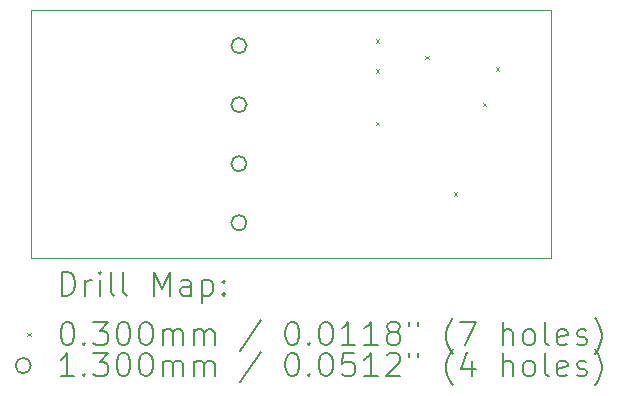
<source format=gbr>
%TF.GenerationSoftware,KiCad,Pcbnew,8.0.2-8.0.2-0~ubuntu22.04.1*%
%TF.CreationDate,2024-05-02T22:53:10+03:00*%
%TF.ProjectId,blink-timer,626c696e-6b2d-4746-996d-65722e6b6963,rev?*%
%TF.SameCoordinates,Original*%
%TF.FileFunction,Drillmap*%
%TF.FilePolarity,Positive*%
%FSLAX45Y45*%
G04 Gerber Fmt 4.5, Leading zero omitted, Abs format (unit mm)*
G04 Created by KiCad (PCBNEW 8.0.2-8.0.2-0~ubuntu22.04.1) date 2024-05-02 22:53:10*
%MOMM*%
%LPD*%
G01*
G04 APERTURE LIST*
%ADD10C,0.100000*%
%ADD11C,0.200000*%
%ADD12C,0.130000*%
G04 APERTURE END LIST*
D10*
X10000000Y-10000000D02*
X14400000Y-10000000D01*
X14400000Y-12100000D01*
X10000000Y-12100000D01*
X10000000Y-10000000D01*
D11*
D10*
X12913600Y-10246600D02*
X12943600Y-10276600D01*
X12943600Y-10246600D02*
X12913600Y-10276600D01*
X12913600Y-10500600D02*
X12943600Y-10530600D01*
X12943600Y-10500600D02*
X12913600Y-10530600D01*
X12913600Y-10945100D02*
X12943600Y-10975100D01*
X12943600Y-10945100D02*
X12913600Y-10975100D01*
X13332700Y-10386300D02*
X13362700Y-10416300D01*
X13362700Y-10386300D02*
X13332700Y-10416300D01*
X13574000Y-11542000D02*
X13604000Y-11572000D01*
X13604000Y-11542000D02*
X13574000Y-11572000D01*
X13823000Y-10785000D02*
X13853000Y-10815000D01*
X13853000Y-10785000D02*
X13823000Y-10815000D01*
X13932500Y-10485000D02*
X13962500Y-10515000D01*
X13962500Y-10485000D02*
X13932500Y-10515000D01*
D12*
X11821750Y-10300000D02*
G75*
G02*
X11691750Y-10300000I-65000J0D01*
G01*
X11691750Y-10300000D02*
G75*
G02*
X11821750Y-10300000I65000J0D01*
G01*
X11821750Y-10800000D02*
G75*
G02*
X11691750Y-10800000I-65000J0D01*
G01*
X11691750Y-10800000D02*
G75*
G02*
X11821750Y-10800000I65000J0D01*
G01*
X11821750Y-11300000D02*
G75*
G02*
X11691750Y-11300000I-65000J0D01*
G01*
X11691750Y-11300000D02*
G75*
G02*
X11821750Y-11300000I65000J0D01*
G01*
X11821750Y-11800000D02*
G75*
G02*
X11691750Y-11800000I-65000J0D01*
G01*
X11691750Y-11800000D02*
G75*
G02*
X11821750Y-11800000I65000J0D01*
G01*
D11*
X10255777Y-12416484D02*
X10255777Y-12216484D01*
X10255777Y-12216484D02*
X10303396Y-12216484D01*
X10303396Y-12216484D02*
X10331967Y-12226008D01*
X10331967Y-12226008D02*
X10351015Y-12245055D01*
X10351015Y-12245055D02*
X10360539Y-12264103D01*
X10360539Y-12264103D02*
X10370063Y-12302198D01*
X10370063Y-12302198D02*
X10370063Y-12330769D01*
X10370063Y-12330769D02*
X10360539Y-12368865D01*
X10360539Y-12368865D02*
X10351015Y-12387912D01*
X10351015Y-12387912D02*
X10331967Y-12406960D01*
X10331967Y-12406960D02*
X10303396Y-12416484D01*
X10303396Y-12416484D02*
X10255777Y-12416484D01*
X10455777Y-12416484D02*
X10455777Y-12283150D01*
X10455777Y-12321246D02*
X10465301Y-12302198D01*
X10465301Y-12302198D02*
X10474824Y-12292674D01*
X10474824Y-12292674D02*
X10493872Y-12283150D01*
X10493872Y-12283150D02*
X10512920Y-12283150D01*
X10579586Y-12416484D02*
X10579586Y-12283150D01*
X10579586Y-12216484D02*
X10570063Y-12226008D01*
X10570063Y-12226008D02*
X10579586Y-12235531D01*
X10579586Y-12235531D02*
X10589110Y-12226008D01*
X10589110Y-12226008D02*
X10579586Y-12216484D01*
X10579586Y-12216484D02*
X10579586Y-12235531D01*
X10703396Y-12416484D02*
X10684348Y-12406960D01*
X10684348Y-12406960D02*
X10674824Y-12387912D01*
X10674824Y-12387912D02*
X10674824Y-12216484D01*
X10808158Y-12416484D02*
X10789110Y-12406960D01*
X10789110Y-12406960D02*
X10779586Y-12387912D01*
X10779586Y-12387912D02*
X10779586Y-12216484D01*
X11036729Y-12416484D02*
X11036729Y-12216484D01*
X11036729Y-12216484D02*
X11103396Y-12359341D01*
X11103396Y-12359341D02*
X11170063Y-12216484D01*
X11170063Y-12216484D02*
X11170063Y-12416484D01*
X11351015Y-12416484D02*
X11351015Y-12311722D01*
X11351015Y-12311722D02*
X11341491Y-12292674D01*
X11341491Y-12292674D02*
X11322443Y-12283150D01*
X11322443Y-12283150D02*
X11284348Y-12283150D01*
X11284348Y-12283150D02*
X11265301Y-12292674D01*
X11351015Y-12406960D02*
X11331967Y-12416484D01*
X11331967Y-12416484D02*
X11284348Y-12416484D01*
X11284348Y-12416484D02*
X11265301Y-12406960D01*
X11265301Y-12406960D02*
X11255777Y-12387912D01*
X11255777Y-12387912D02*
X11255777Y-12368865D01*
X11255777Y-12368865D02*
X11265301Y-12349817D01*
X11265301Y-12349817D02*
X11284348Y-12340293D01*
X11284348Y-12340293D02*
X11331967Y-12340293D01*
X11331967Y-12340293D02*
X11351015Y-12330769D01*
X11446253Y-12283150D02*
X11446253Y-12483150D01*
X11446253Y-12292674D02*
X11465301Y-12283150D01*
X11465301Y-12283150D02*
X11503396Y-12283150D01*
X11503396Y-12283150D02*
X11522443Y-12292674D01*
X11522443Y-12292674D02*
X11531967Y-12302198D01*
X11531967Y-12302198D02*
X11541491Y-12321246D01*
X11541491Y-12321246D02*
X11541491Y-12378388D01*
X11541491Y-12378388D02*
X11531967Y-12397436D01*
X11531967Y-12397436D02*
X11522443Y-12406960D01*
X11522443Y-12406960D02*
X11503396Y-12416484D01*
X11503396Y-12416484D02*
X11465301Y-12416484D01*
X11465301Y-12416484D02*
X11446253Y-12406960D01*
X11627205Y-12397436D02*
X11636729Y-12406960D01*
X11636729Y-12406960D02*
X11627205Y-12416484D01*
X11627205Y-12416484D02*
X11617682Y-12406960D01*
X11617682Y-12406960D02*
X11627205Y-12397436D01*
X11627205Y-12397436D02*
X11627205Y-12416484D01*
X11627205Y-12292674D02*
X11636729Y-12302198D01*
X11636729Y-12302198D02*
X11627205Y-12311722D01*
X11627205Y-12311722D02*
X11617682Y-12302198D01*
X11617682Y-12302198D02*
X11627205Y-12292674D01*
X11627205Y-12292674D02*
X11627205Y-12311722D01*
D10*
X9965000Y-12730000D02*
X9995000Y-12760000D01*
X9995000Y-12730000D02*
X9965000Y-12760000D01*
D11*
X10293872Y-12636484D02*
X10312920Y-12636484D01*
X10312920Y-12636484D02*
X10331967Y-12646008D01*
X10331967Y-12646008D02*
X10341491Y-12655531D01*
X10341491Y-12655531D02*
X10351015Y-12674579D01*
X10351015Y-12674579D02*
X10360539Y-12712674D01*
X10360539Y-12712674D02*
X10360539Y-12760293D01*
X10360539Y-12760293D02*
X10351015Y-12798388D01*
X10351015Y-12798388D02*
X10341491Y-12817436D01*
X10341491Y-12817436D02*
X10331967Y-12826960D01*
X10331967Y-12826960D02*
X10312920Y-12836484D01*
X10312920Y-12836484D02*
X10293872Y-12836484D01*
X10293872Y-12836484D02*
X10274824Y-12826960D01*
X10274824Y-12826960D02*
X10265301Y-12817436D01*
X10265301Y-12817436D02*
X10255777Y-12798388D01*
X10255777Y-12798388D02*
X10246253Y-12760293D01*
X10246253Y-12760293D02*
X10246253Y-12712674D01*
X10246253Y-12712674D02*
X10255777Y-12674579D01*
X10255777Y-12674579D02*
X10265301Y-12655531D01*
X10265301Y-12655531D02*
X10274824Y-12646008D01*
X10274824Y-12646008D02*
X10293872Y-12636484D01*
X10446253Y-12817436D02*
X10455777Y-12826960D01*
X10455777Y-12826960D02*
X10446253Y-12836484D01*
X10446253Y-12836484D02*
X10436729Y-12826960D01*
X10436729Y-12826960D02*
X10446253Y-12817436D01*
X10446253Y-12817436D02*
X10446253Y-12836484D01*
X10522444Y-12636484D02*
X10646253Y-12636484D01*
X10646253Y-12636484D02*
X10579586Y-12712674D01*
X10579586Y-12712674D02*
X10608158Y-12712674D01*
X10608158Y-12712674D02*
X10627205Y-12722198D01*
X10627205Y-12722198D02*
X10636729Y-12731722D01*
X10636729Y-12731722D02*
X10646253Y-12750769D01*
X10646253Y-12750769D02*
X10646253Y-12798388D01*
X10646253Y-12798388D02*
X10636729Y-12817436D01*
X10636729Y-12817436D02*
X10627205Y-12826960D01*
X10627205Y-12826960D02*
X10608158Y-12836484D01*
X10608158Y-12836484D02*
X10551015Y-12836484D01*
X10551015Y-12836484D02*
X10531967Y-12826960D01*
X10531967Y-12826960D02*
X10522444Y-12817436D01*
X10770063Y-12636484D02*
X10789110Y-12636484D01*
X10789110Y-12636484D02*
X10808158Y-12646008D01*
X10808158Y-12646008D02*
X10817682Y-12655531D01*
X10817682Y-12655531D02*
X10827205Y-12674579D01*
X10827205Y-12674579D02*
X10836729Y-12712674D01*
X10836729Y-12712674D02*
X10836729Y-12760293D01*
X10836729Y-12760293D02*
X10827205Y-12798388D01*
X10827205Y-12798388D02*
X10817682Y-12817436D01*
X10817682Y-12817436D02*
X10808158Y-12826960D01*
X10808158Y-12826960D02*
X10789110Y-12836484D01*
X10789110Y-12836484D02*
X10770063Y-12836484D01*
X10770063Y-12836484D02*
X10751015Y-12826960D01*
X10751015Y-12826960D02*
X10741491Y-12817436D01*
X10741491Y-12817436D02*
X10731967Y-12798388D01*
X10731967Y-12798388D02*
X10722444Y-12760293D01*
X10722444Y-12760293D02*
X10722444Y-12712674D01*
X10722444Y-12712674D02*
X10731967Y-12674579D01*
X10731967Y-12674579D02*
X10741491Y-12655531D01*
X10741491Y-12655531D02*
X10751015Y-12646008D01*
X10751015Y-12646008D02*
X10770063Y-12636484D01*
X10960539Y-12636484D02*
X10979586Y-12636484D01*
X10979586Y-12636484D02*
X10998634Y-12646008D01*
X10998634Y-12646008D02*
X11008158Y-12655531D01*
X11008158Y-12655531D02*
X11017682Y-12674579D01*
X11017682Y-12674579D02*
X11027205Y-12712674D01*
X11027205Y-12712674D02*
X11027205Y-12760293D01*
X11027205Y-12760293D02*
X11017682Y-12798388D01*
X11017682Y-12798388D02*
X11008158Y-12817436D01*
X11008158Y-12817436D02*
X10998634Y-12826960D01*
X10998634Y-12826960D02*
X10979586Y-12836484D01*
X10979586Y-12836484D02*
X10960539Y-12836484D01*
X10960539Y-12836484D02*
X10941491Y-12826960D01*
X10941491Y-12826960D02*
X10931967Y-12817436D01*
X10931967Y-12817436D02*
X10922444Y-12798388D01*
X10922444Y-12798388D02*
X10912920Y-12760293D01*
X10912920Y-12760293D02*
X10912920Y-12712674D01*
X10912920Y-12712674D02*
X10922444Y-12674579D01*
X10922444Y-12674579D02*
X10931967Y-12655531D01*
X10931967Y-12655531D02*
X10941491Y-12646008D01*
X10941491Y-12646008D02*
X10960539Y-12636484D01*
X11112920Y-12836484D02*
X11112920Y-12703150D01*
X11112920Y-12722198D02*
X11122444Y-12712674D01*
X11122444Y-12712674D02*
X11141491Y-12703150D01*
X11141491Y-12703150D02*
X11170063Y-12703150D01*
X11170063Y-12703150D02*
X11189110Y-12712674D01*
X11189110Y-12712674D02*
X11198634Y-12731722D01*
X11198634Y-12731722D02*
X11198634Y-12836484D01*
X11198634Y-12731722D02*
X11208158Y-12712674D01*
X11208158Y-12712674D02*
X11227205Y-12703150D01*
X11227205Y-12703150D02*
X11255777Y-12703150D01*
X11255777Y-12703150D02*
X11274824Y-12712674D01*
X11274824Y-12712674D02*
X11284348Y-12731722D01*
X11284348Y-12731722D02*
X11284348Y-12836484D01*
X11379586Y-12836484D02*
X11379586Y-12703150D01*
X11379586Y-12722198D02*
X11389110Y-12712674D01*
X11389110Y-12712674D02*
X11408158Y-12703150D01*
X11408158Y-12703150D02*
X11436729Y-12703150D01*
X11436729Y-12703150D02*
X11455777Y-12712674D01*
X11455777Y-12712674D02*
X11465301Y-12731722D01*
X11465301Y-12731722D02*
X11465301Y-12836484D01*
X11465301Y-12731722D02*
X11474824Y-12712674D01*
X11474824Y-12712674D02*
X11493872Y-12703150D01*
X11493872Y-12703150D02*
X11522443Y-12703150D01*
X11522443Y-12703150D02*
X11541491Y-12712674D01*
X11541491Y-12712674D02*
X11551015Y-12731722D01*
X11551015Y-12731722D02*
X11551015Y-12836484D01*
X11941491Y-12626960D02*
X11770063Y-12884103D01*
X12198634Y-12636484D02*
X12217682Y-12636484D01*
X12217682Y-12636484D02*
X12236729Y-12646008D01*
X12236729Y-12646008D02*
X12246253Y-12655531D01*
X12246253Y-12655531D02*
X12255777Y-12674579D01*
X12255777Y-12674579D02*
X12265301Y-12712674D01*
X12265301Y-12712674D02*
X12265301Y-12760293D01*
X12265301Y-12760293D02*
X12255777Y-12798388D01*
X12255777Y-12798388D02*
X12246253Y-12817436D01*
X12246253Y-12817436D02*
X12236729Y-12826960D01*
X12236729Y-12826960D02*
X12217682Y-12836484D01*
X12217682Y-12836484D02*
X12198634Y-12836484D01*
X12198634Y-12836484D02*
X12179586Y-12826960D01*
X12179586Y-12826960D02*
X12170063Y-12817436D01*
X12170063Y-12817436D02*
X12160539Y-12798388D01*
X12160539Y-12798388D02*
X12151015Y-12760293D01*
X12151015Y-12760293D02*
X12151015Y-12712674D01*
X12151015Y-12712674D02*
X12160539Y-12674579D01*
X12160539Y-12674579D02*
X12170063Y-12655531D01*
X12170063Y-12655531D02*
X12179586Y-12646008D01*
X12179586Y-12646008D02*
X12198634Y-12636484D01*
X12351015Y-12817436D02*
X12360539Y-12826960D01*
X12360539Y-12826960D02*
X12351015Y-12836484D01*
X12351015Y-12836484D02*
X12341491Y-12826960D01*
X12341491Y-12826960D02*
X12351015Y-12817436D01*
X12351015Y-12817436D02*
X12351015Y-12836484D01*
X12484348Y-12636484D02*
X12503396Y-12636484D01*
X12503396Y-12636484D02*
X12522444Y-12646008D01*
X12522444Y-12646008D02*
X12531967Y-12655531D01*
X12531967Y-12655531D02*
X12541491Y-12674579D01*
X12541491Y-12674579D02*
X12551015Y-12712674D01*
X12551015Y-12712674D02*
X12551015Y-12760293D01*
X12551015Y-12760293D02*
X12541491Y-12798388D01*
X12541491Y-12798388D02*
X12531967Y-12817436D01*
X12531967Y-12817436D02*
X12522444Y-12826960D01*
X12522444Y-12826960D02*
X12503396Y-12836484D01*
X12503396Y-12836484D02*
X12484348Y-12836484D01*
X12484348Y-12836484D02*
X12465301Y-12826960D01*
X12465301Y-12826960D02*
X12455777Y-12817436D01*
X12455777Y-12817436D02*
X12446253Y-12798388D01*
X12446253Y-12798388D02*
X12436729Y-12760293D01*
X12436729Y-12760293D02*
X12436729Y-12712674D01*
X12436729Y-12712674D02*
X12446253Y-12674579D01*
X12446253Y-12674579D02*
X12455777Y-12655531D01*
X12455777Y-12655531D02*
X12465301Y-12646008D01*
X12465301Y-12646008D02*
X12484348Y-12636484D01*
X12741491Y-12836484D02*
X12627206Y-12836484D01*
X12684348Y-12836484D02*
X12684348Y-12636484D01*
X12684348Y-12636484D02*
X12665301Y-12665055D01*
X12665301Y-12665055D02*
X12646253Y-12684103D01*
X12646253Y-12684103D02*
X12627206Y-12693627D01*
X12931967Y-12836484D02*
X12817682Y-12836484D01*
X12874825Y-12836484D02*
X12874825Y-12636484D01*
X12874825Y-12636484D02*
X12855777Y-12665055D01*
X12855777Y-12665055D02*
X12836729Y-12684103D01*
X12836729Y-12684103D02*
X12817682Y-12693627D01*
X13046253Y-12722198D02*
X13027206Y-12712674D01*
X13027206Y-12712674D02*
X13017682Y-12703150D01*
X13017682Y-12703150D02*
X13008158Y-12684103D01*
X13008158Y-12684103D02*
X13008158Y-12674579D01*
X13008158Y-12674579D02*
X13017682Y-12655531D01*
X13017682Y-12655531D02*
X13027206Y-12646008D01*
X13027206Y-12646008D02*
X13046253Y-12636484D01*
X13046253Y-12636484D02*
X13084348Y-12636484D01*
X13084348Y-12636484D02*
X13103396Y-12646008D01*
X13103396Y-12646008D02*
X13112920Y-12655531D01*
X13112920Y-12655531D02*
X13122444Y-12674579D01*
X13122444Y-12674579D02*
X13122444Y-12684103D01*
X13122444Y-12684103D02*
X13112920Y-12703150D01*
X13112920Y-12703150D02*
X13103396Y-12712674D01*
X13103396Y-12712674D02*
X13084348Y-12722198D01*
X13084348Y-12722198D02*
X13046253Y-12722198D01*
X13046253Y-12722198D02*
X13027206Y-12731722D01*
X13027206Y-12731722D02*
X13017682Y-12741246D01*
X13017682Y-12741246D02*
X13008158Y-12760293D01*
X13008158Y-12760293D02*
X13008158Y-12798388D01*
X13008158Y-12798388D02*
X13017682Y-12817436D01*
X13017682Y-12817436D02*
X13027206Y-12826960D01*
X13027206Y-12826960D02*
X13046253Y-12836484D01*
X13046253Y-12836484D02*
X13084348Y-12836484D01*
X13084348Y-12836484D02*
X13103396Y-12826960D01*
X13103396Y-12826960D02*
X13112920Y-12817436D01*
X13112920Y-12817436D02*
X13122444Y-12798388D01*
X13122444Y-12798388D02*
X13122444Y-12760293D01*
X13122444Y-12760293D02*
X13112920Y-12741246D01*
X13112920Y-12741246D02*
X13103396Y-12731722D01*
X13103396Y-12731722D02*
X13084348Y-12722198D01*
X13198634Y-12636484D02*
X13198634Y-12674579D01*
X13274825Y-12636484D02*
X13274825Y-12674579D01*
X13570063Y-12912674D02*
X13560539Y-12903150D01*
X13560539Y-12903150D02*
X13541491Y-12874579D01*
X13541491Y-12874579D02*
X13531968Y-12855531D01*
X13531968Y-12855531D02*
X13522444Y-12826960D01*
X13522444Y-12826960D02*
X13512920Y-12779341D01*
X13512920Y-12779341D02*
X13512920Y-12741246D01*
X13512920Y-12741246D02*
X13522444Y-12693627D01*
X13522444Y-12693627D02*
X13531968Y-12665055D01*
X13531968Y-12665055D02*
X13541491Y-12646008D01*
X13541491Y-12646008D02*
X13560539Y-12617436D01*
X13560539Y-12617436D02*
X13570063Y-12607912D01*
X13627206Y-12636484D02*
X13760539Y-12636484D01*
X13760539Y-12636484D02*
X13674825Y-12836484D01*
X13989110Y-12836484D02*
X13989110Y-12636484D01*
X14074825Y-12836484D02*
X14074825Y-12731722D01*
X14074825Y-12731722D02*
X14065301Y-12712674D01*
X14065301Y-12712674D02*
X14046253Y-12703150D01*
X14046253Y-12703150D02*
X14017682Y-12703150D01*
X14017682Y-12703150D02*
X13998634Y-12712674D01*
X13998634Y-12712674D02*
X13989110Y-12722198D01*
X14198634Y-12836484D02*
X14179587Y-12826960D01*
X14179587Y-12826960D02*
X14170063Y-12817436D01*
X14170063Y-12817436D02*
X14160539Y-12798388D01*
X14160539Y-12798388D02*
X14160539Y-12741246D01*
X14160539Y-12741246D02*
X14170063Y-12722198D01*
X14170063Y-12722198D02*
X14179587Y-12712674D01*
X14179587Y-12712674D02*
X14198634Y-12703150D01*
X14198634Y-12703150D02*
X14227206Y-12703150D01*
X14227206Y-12703150D02*
X14246253Y-12712674D01*
X14246253Y-12712674D02*
X14255777Y-12722198D01*
X14255777Y-12722198D02*
X14265301Y-12741246D01*
X14265301Y-12741246D02*
X14265301Y-12798388D01*
X14265301Y-12798388D02*
X14255777Y-12817436D01*
X14255777Y-12817436D02*
X14246253Y-12826960D01*
X14246253Y-12826960D02*
X14227206Y-12836484D01*
X14227206Y-12836484D02*
X14198634Y-12836484D01*
X14379587Y-12836484D02*
X14360539Y-12826960D01*
X14360539Y-12826960D02*
X14351015Y-12807912D01*
X14351015Y-12807912D02*
X14351015Y-12636484D01*
X14531968Y-12826960D02*
X14512920Y-12836484D01*
X14512920Y-12836484D02*
X14474825Y-12836484D01*
X14474825Y-12836484D02*
X14455777Y-12826960D01*
X14455777Y-12826960D02*
X14446253Y-12807912D01*
X14446253Y-12807912D02*
X14446253Y-12731722D01*
X14446253Y-12731722D02*
X14455777Y-12712674D01*
X14455777Y-12712674D02*
X14474825Y-12703150D01*
X14474825Y-12703150D02*
X14512920Y-12703150D01*
X14512920Y-12703150D02*
X14531968Y-12712674D01*
X14531968Y-12712674D02*
X14541491Y-12731722D01*
X14541491Y-12731722D02*
X14541491Y-12750769D01*
X14541491Y-12750769D02*
X14446253Y-12769817D01*
X14617682Y-12826960D02*
X14636730Y-12836484D01*
X14636730Y-12836484D02*
X14674825Y-12836484D01*
X14674825Y-12836484D02*
X14693872Y-12826960D01*
X14693872Y-12826960D02*
X14703396Y-12807912D01*
X14703396Y-12807912D02*
X14703396Y-12798388D01*
X14703396Y-12798388D02*
X14693872Y-12779341D01*
X14693872Y-12779341D02*
X14674825Y-12769817D01*
X14674825Y-12769817D02*
X14646253Y-12769817D01*
X14646253Y-12769817D02*
X14627206Y-12760293D01*
X14627206Y-12760293D02*
X14617682Y-12741246D01*
X14617682Y-12741246D02*
X14617682Y-12731722D01*
X14617682Y-12731722D02*
X14627206Y-12712674D01*
X14627206Y-12712674D02*
X14646253Y-12703150D01*
X14646253Y-12703150D02*
X14674825Y-12703150D01*
X14674825Y-12703150D02*
X14693872Y-12712674D01*
X14770063Y-12912674D02*
X14779587Y-12903150D01*
X14779587Y-12903150D02*
X14798634Y-12874579D01*
X14798634Y-12874579D02*
X14808158Y-12855531D01*
X14808158Y-12855531D02*
X14817682Y-12826960D01*
X14817682Y-12826960D02*
X14827206Y-12779341D01*
X14827206Y-12779341D02*
X14827206Y-12741246D01*
X14827206Y-12741246D02*
X14817682Y-12693627D01*
X14817682Y-12693627D02*
X14808158Y-12665055D01*
X14808158Y-12665055D02*
X14798634Y-12646008D01*
X14798634Y-12646008D02*
X14779587Y-12617436D01*
X14779587Y-12617436D02*
X14770063Y-12607912D01*
D12*
X9995000Y-13009000D02*
G75*
G02*
X9865000Y-13009000I-65000J0D01*
G01*
X9865000Y-13009000D02*
G75*
G02*
X9995000Y-13009000I65000J0D01*
G01*
D11*
X10360539Y-13100484D02*
X10246253Y-13100484D01*
X10303396Y-13100484D02*
X10303396Y-12900484D01*
X10303396Y-12900484D02*
X10284348Y-12929055D01*
X10284348Y-12929055D02*
X10265301Y-12948103D01*
X10265301Y-12948103D02*
X10246253Y-12957627D01*
X10446253Y-13081436D02*
X10455777Y-13090960D01*
X10455777Y-13090960D02*
X10446253Y-13100484D01*
X10446253Y-13100484D02*
X10436729Y-13090960D01*
X10436729Y-13090960D02*
X10446253Y-13081436D01*
X10446253Y-13081436D02*
X10446253Y-13100484D01*
X10522444Y-12900484D02*
X10646253Y-12900484D01*
X10646253Y-12900484D02*
X10579586Y-12976674D01*
X10579586Y-12976674D02*
X10608158Y-12976674D01*
X10608158Y-12976674D02*
X10627205Y-12986198D01*
X10627205Y-12986198D02*
X10636729Y-12995722D01*
X10636729Y-12995722D02*
X10646253Y-13014769D01*
X10646253Y-13014769D02*
X10646253Y-13062388D01*
X10646253Y-13062388D02*
X10636729Y-13081436D01*
X10636729Y-13081436D02*
X10627205Y-13090960D01*
X10627205Y-13090960D02*
X10608158Y-13100484D01*
X10608158Y-13100484D02*
X10551015Y-13100484D01*
X10551015Y-13100484D02*
X10531967Y-13090960D01*
X10531967Y-13090960D02*
X10522444Y-13081436D01*
X10770063Y-12900484D02*
X10789110Y-12900484D01*
X10789110Y-12900484D02*
X10808158Y-12910008D01*
X10808158Y-12910008D02*
X10817682Y-12919531D01*
X10817682Y-12919531D02*
X10827205Y-12938579D01*
X10827205Y-12938579D02*
X10836729Y-12976674D01*
X10836729Y-12976674D02*
X10836729Y-13024293D01*
X10836729Y-13024293D02*
X10827205Y-13062388D01*
X10827205Y-13062388D02*
X10817682Y-13081436D01*
X10817682Y-13081436D02*
X10808158Y-13090960D01*
X10808158Y-13090960D02*
X10789110Y-13100484D01*
X10789110Y-13100484D02*
X10770063Y-13100484D01*
X10770063Y-13100484D02*
X10751015Y-13090960D01*
X10751015Y-13090960D02*
X10741491Y-13081436D01*
X10741491Y-13081436D02*
X10731967Y-13062388D01*
X10731967Y-13062388D02*
X10722444Y-13024293D01*
X10722444Y-13024293D02*
X10722444Y-12976674D01*
X10722444Y-12976674D02*
X10731967Y-12938579D01*
X10731967Y-12938579D02*
X10741491Y-12919531D01*
X10741491Y-12919531D02*
X10751015Y-12910008D01*
X10751015Y-12910008D02*
X10770063Y-12900484D01*
X10960539Y-12900484D02*
X10979586Y-12900484D01*
X10979586Y-12900484D02*
X10998634Y-12910008D01*
X10998634Y-12910008D02*
X11008158Y-12919531D01*
X11008158Y-12919531D02*
X11017682Y-12938579D01*
X11017682Y-12938579D02*
X11027205Y-12976674D01*
X11027205Y-12976674D02*
X11027205Y-13024293D01*
X11027205Y-13024293D02*
X11017682Y-13062388D01*
X11017682Y-13062388D02*
X11008158Y-13081436D01*
X11008158Y-13081436D02*
X10998634Y-13090960D01*
X10998634Y-13090960D02*
X10979586Y-13100484D01*
X10979586Y-13100484D02*
X10960539Y-13100484D01*
X10960539Y-13100484D02*
X10941491Y-13090960D01*
X10941491Y-13090960D02*
X10931967Y-13081436D01*
X10931967Y-13081436D02*
X10922444Y-13062388D01*
X10922444Y-13062388D02*
X10912920Y-13024293D01*
X10912920Y-13024293D02*
X10912920Y-12976674D01*
X10912920Y-12976674D02*
X10922444Y-12938579D01*
X10922444Y-12938579D02*
X10931967Y-12919531D01*
X10931967Y-12919531D02*
X10941491Y-12910008D01*
X10941491Y-12910008D02*
X10960539Y-12900484D01*
X11112920Y-13100484D02*
X11112920Y-12967150D01*
X11112920Y-12986198D02*
X11122444Y-12976674D01*
X11122444Y-12976674D02*
X11141491Y-12967150D01*
X11141491Y-12967150D02*
X11170063Y-12967150D01*
X11170063Y-12967150D02*
X11189110Y-12976674D01*
X11189110Y-12976674D02*
X11198634Y-12995722D01*
X11198634Y-12995722D02*
X11198634Y-13100484D01*
X11198634Y-12995722D02*
X11208158Y-12976674D01*
X11208158Y-12976674D02*
X11227205Y-12967150D01*
X11227205Y-12967150D02*
X11255777Y-12967150D01*
X11255777Y-12967150D02*
X11274824Y-12976674D01*
X11274824Y-12976674D02*
X11284348Y-12995722D01*
X11284348Y-12995722D02*
X11284348Y-13100484D01*
X11379586Y-13100484D02*
X11379586Y-12967150D01*
X11379586Y-12986198D02*
X11389110Y-12976674D01*
X11389110Y-12976674D02*
X11408158Y-12967150D01*
X11408158Y-12967150D02*
X11436729Y-12967150D01*
X11436729Y-12967150D02*
X11455777Y-12976674D01*
X11455777Y-12976674D02*
X11465301Y-12995722D01*
X11465301Y-12995722D02*
X11465301Y-13100484D01*
X11465301Y-12995722D02*
X11474824Y-12976674D01*
X11474824Y-12976674D02*
X11493872Y-12967150D01*
X11493872Y-12967150D02*
X11522443Y-12967150D01*
X11522443Y-12967150D02*
X11541491Y-12976674D01*
X11541491Y-12976674D02*
X11551015Y-12995722D01*
X11551015Y-12995722D02*
X11551015Y-13100484D01*
X11941491Y-12890960D02*
X11770063Y-13148103D01*
X12198634Y-12900484D02*
X12217682Y-12900484D01*
X12217682Y-12900484D02*
X12236729Y-12910008D01*
X12236729Y-12910008D02*
X12246253Y-12919531D01*
X12246253Y-12919531D02*
X12255777Y-12938579D01*
X12255777Y-12938579D02*
X12265301Y-12976674D01*
X12265301Y-12976674D02*
X12265301Y-13024293D01*
X12265301Y-13024293D02*
X12255777Y-13062388D01*
X12255777Y-13062388D02*
X12246253Y-13081436D01*
X12246253Y-13081436D02*
X12236729Y-13090960D01*
X12236729Y-13090960D02*
X12217682Y-13100484D01*
X12217682Y-13100484D02*
X12198634Y-13100484D01*
X12198634Y-13100484D02*
X12179586Y-13090960D01*
X12179586Y-13090960D02*
X12170063Y-13081436D01*
X12170063Y-13081436D02*
X12160539Y-13062388D01*
X12160539Y-13062388D02*
X12151015Y-13024293D01*
X12151015Y-13024293D02*
X12151015Y-12976674D01*
X12151015Y-12976674D02*
X12160539Y-12938579D01*
X12160539Y-12938579D02*
X12170063Y-12919531D01*
X12170063Y-12919531D02*
X12179586Y-12910008D01*
X12179586Y-12910008D02*
X12198634Y-12900484D01*
X12351015Y-13081436D02*
X12360539Y-13090960D01*
X12360539Y-13090960D02*
X12351015Y-13100484D01*
X12351015Y-13100484D02*
X12341491Y-13090960D01*
X12341491Y-13090960D02*
X12351015Y-13081436D01*
X12351015Y-13081436D02*
X12351015Y-13100484D01*
X12484348Y-12900484D02*
X12503396Y-12900484D01*
X12503396Y-12900484D02*
X12522444Y-12910008D01*
X12522444Y-12910008D02*
X12531967Y-12919531D01*
X12531967Y-12919531D02*
X12541491Y-12938579D01*
X12541491Y-12938579D02*
X12551015Y-12976674D01*
X12551015Y-12976674D02*
X12551015Y-13024293D01*
X12551015Y-13024293D02*
X12541491Y-13062388D01*
X12541491Y-13062388D02*
X12531967Y-13081436D01*
X12531967Y-13081436D02*
X12522444Y-13090960D01*
X12522444Y-13090960D02*
X12503396Y-13100484D01*
X12503396Y-13100484D02*
X12484348Y-13100484D01*
X12484348Y-13100484D02*
X12465301Y-13090960D01*
X12465301Y-13090960D02*
X12455777Y-13081436D01*
X12455777Y-13081436D02*
X12446253Y-13062388D01*
X12446253Y-13062388D02*
X12436729Y-13024293D01*
X12436729Y-13024293D02*
X12436729Y-12976674D01*
X12436729Y-12976674D02*
X12446253Y-12938579D01*
X12446253Y-12938579D02*
X12455777Y-12919531D01*
X12455777Y-12919531D02*
X12465301Y-12910008D01*
X12465301Y-12910008D02*
X12484348Y-12900484D01*
X12731967Y-12900484D02*
X12636729Y-12900484D01*
X12636729Y-12900484D02*
X12627206Y-12995722D01*
X12627206Y-12995722D02*
X12636729Y-12986198D01*
X12636729Y-12986198D02*
X12655777Y-12976674D01*
X12655777Y-12976674D02*
X12703396Y-12976674D01*
X12703396Y-12976674D02*
X12722444Y-12986198D01*
X12722444Y-12986198D02*
X12731967Y-12995722D01*
X12731967Y-12995722D02*
X12741491Y-13014769D01*
X12741491Y-13014769D02*
X12741491Y-13062388D01*
X12741491Y-13062388D02*
X12731967Y-13081436D01*
X12731967Y-13081436D02*
X12722444Y-13090960D01*
X12722444Y-13090960D02*
X12703396Y-13100484D01*
X12703396Y-13100484D02*
X12655777Y-13100484D01*
X12655777Y-13100484D02*
X12636729Y-13090960D01*
X12636729Y-13090960D02*
X12627206Y-13081436D01*
X12931967Y-13100484D02*
X12817682Y-13100484D01*
X12874825Y-13100484D02*
X12874825Y-12900484D01*
X12874825Y-12900484D02*
X12855777Y-12929055D01*
X12855777Y-12929055D02*
X12836729Y-12948103D01*
X12836729Y-12948103D02*
X12817682Y-12957627D01*
X13008158Y-12919531D02*
X13017682Y-12910008D01*
X13017682Y-12910008D02*
X13036729Y-12900484D01*
X13036729Y-12900484D02*
X13084348Y-12900484D01*
X13084348Y-12900484D02*
X13103396Y-12910008D01*
X13103396Y-12910008D02*
X13112920Y-12919531D01*
X13112920Y-12919531D02*
X13122444Y-12938579D01*
X13122444Y-12938579D02*
X13122444Y-12957627D01*
X13122444Y-12957627D02*
X13112920Y-12986198D01*
X13112920Y-12986198D02*
X12998634Y-13100484D01*
X12998634Y-13100484D02*
X13122444Y-13100484D01*
X13198634Y-12900484D02*
X13198634Y-12938579D01*
X13274825Y-12900484D02*
X13274825Y-12938579D01*
X13570063Y-13176674D02*
X13560539Y-13167150D01*
X13560539Y-13167150D02*
X13541491Y-13138579D01*
X13541491Y-13138579D02*
X13531968Y-13119531D01*
X13531968Y-13119531D02*
X13522444Y-13090960D01*
X13522444Y-13090960D02*
X13512920Y-13043341D01*
X13512920Y-13043341D02*
X13512920Y-13005246D01*
X13512920Y-13005246D02*
X13522444Y-12957627D01*
X13522444Y-12957627D02*
X13531968Y-12929055D01*
X13531968Y-12929055D02*
X13541491Y-12910008D01*
X13541491Y-12910008D02*
X13560539Y-12881436D01*
X13560539Y-12881436D02*
X13570063Y-12871912D01*
X13731968Y-12967150D02*
X13731968Y-13100484D01*
X13684348Y-12890960D02*
X13636729Y-13033817D01*
X13636729Y-13033817D02*
X13760539Y-13033817D01*
X13989110Y-13100484D02*
X13989110Y-12900484D01*
X14074825Y-13100484D02*
X14074825Y-12995722D01*
X14074825Y-12995722D02*
X14065301Y-12976674D01*
X14065301Y-12976674D02*
X14046253Y-12967150D01*
X14046253Y-12967150D02*
X14017682Y-12967150D01*
X14017682Y-12967150D02*
X13998634Y-12976674D01*
X13998634Y-12976674D02*
X13989110Y-12986198D01*
X14198634Y-13100484D02*
X14179587Y-13090960D01*
X14179587Y-13090960D02*
X14170063Y-13081436D01*
X14170063Y-13081436D02*
X14160539Y-13062388D01*
X14160539Y-13062388D02*
X14160539Y-13005246D01*
X14160539Y-13005246D02*
X14170063Y-12986198D01*
X14170063Y-12986198D02*
X14179587Y-12976674D01*
X14179587Y-12976674D02*
X14198634Y-12967150D01*
X14198634Y-12967150D02*
X14227206Y-12967150D01*
X14227206Y-12967150D02*
X14246253Y-12976674D01*
X14246253Y-12976674D02*
X14255777Y-12986198D01*
X14255777Y-12986198D02*
X14265301Y-13005246D01*
X14265301Y-13005246D02*
X14265301Y-13062388D01*
X14265301Y-13062388D02*
X14255777Y-13081436D01*
X14255777Y-13081436D02*
X14246253Y-13090960D01*
X14246253Y-13090960D02*
X14227206Y-13100484D01*
X14227206Y-13100484D02*
X14198634Y-13100484D01*
X14379587Y-13100484D02*
X14360539Y-13090960D01*
X14360539Y-13090960D02*
X14351015Y-13071912D01*
X14351015Y-13071912D02*
X14351015Y-12900484D01*
X14531968Y-13090960D02*
X14512920Y-13100484D01*
X14512920Y-13100484D02*
X14474825Y-13100484D01*
X14474825Y-13100484D02*
X14455777Y-13090960D01*
X14455777Y-13090960D02*
X14446253Y-13071912D01*
X14446253Y-13071912D02*
X14446253Y-12995722D01*
X14446253Y-12995722D02*
X14455777Y-12976674D01*
X14455777Y-12976674D02*
X14474825Y-12967150D01*
X14474825Y-12967150D02*
X14512920Y-12967150D01*
X14512920Y-12967150D02*
X14531968Y-12976674D01*
X14531968Y-12976674D02*
X14541491Y-12995722D01*
X14541491Y-12995722D02*
X14541491Y-13014769D01*
X14541491Y-13014769D02*
X14446253Y-13033817D01*
X14617682Y-13090960D02*
X14636730Y-13100484D01*
X14636730Y-13100484D02*
X14674825Y-13100484D01*
X14674825Y-13100484D02*
X14693872Y-13090960D01*
X14693872Y-13090960D02*
X14703396Y-13071912D01*
X14703396Y-13071912D02*
X14703396Y-13062388D01*
X14703396Y-13062388D02*
X14693872Y-13043341D01*
X14693872Y-13043341D02*
X14674825Y-13033817D01*
X14674825Y-13033817D02*
X14646253Y-13033817D01*
X14646253Y-13033817D02*
X14627206Y-13024293D01*
X14627206Y-13024293D02*
X14617682Y-13005246D01*
X14617682Y-13005246D02*
X14617682Y-12995722D01*
X14617682Y-12995722D02*
X14627206Y-12976674D01*
X14627206Y-12976674D02*
X14646253Y-12967150D01*
X14646253Y-12967150D02*
X14674825Y-12967150D01*
X14674825Y-12967150D02*
X14693872Y-12976674D01*
X14770063Y-13176674D02*
X14779587Y-13167150D01*
X14779587Y-13167150D02*
X14798634Y-13138579D01*
X14798634Y-13138579D02*
X14808158Y-13119531D01*
X14808158Y-13119531D02*
X14817682Y-13090960D01*
X14817682Y-13090960D02*
X14827206Y-13043341D01*
X14827206Y-13043341D02*
X14827206Y-13005246D01*
X14827206Y-13005246D02*
X14817682Y-12957627D01*
X14817682Y-12957627D02*
X14808158Y-12929055D01*
X14808158Y-12929055D02*
X14798634Y-12910008D01*
X14798634Y-12910008D02*
X14779587Y-12881436D01*
X14779587Y-12881436D02*
X14770063Y-12871912D01*
M02*

</source>
